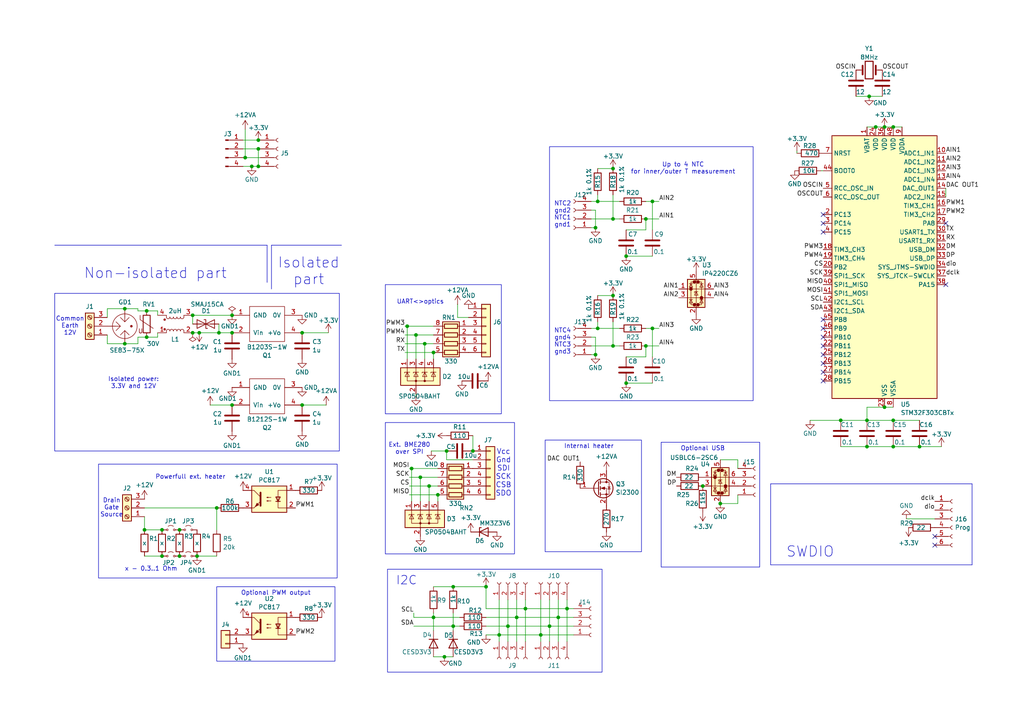
<source format=kicad_sch>
(kicad_sch (version 20250114) (generator "eeschema") (generator_version "9.0")
  (paper "A4")
  (rectangle (start 28.575 134.62) (end 97.79 167.64))
  (rectangle (start 15.875 85.09) (end 98.425 130.81))
  (rectangle (start 191.77 128.27) (end 220.345 164.465))
  (rectangle (start 112.395 165.1) (end 174.625 194.945))
  (rectangle (start 111.76 122.555) (end 149.225 160.655))
  (rectangle (start 62.865 170.18) (end 97.155 191.77))
  (rectangle (start 158.115 127.635) (end 186.055 160.02))
  (rectangle (start 159.385 42.545) (end 218.44 116.205))
  (rectangle (start 111.76 82.55) (end 145.415 120.015))
  (text "Isolated power:\n3.3V and 12V" (at 38.735 111.125 0) (effects (font (size 1.27 1.27))))
  (text "x - 0.3..1 Ohm" (at 43.815 165.1 0) (effects (font (size 1.27 1.27))))
  (text "NTC2\ngnd2\nNTC1\ngnd1" (at 163.195 62.23 0) (effects (font (size 1.27 1.27))))
  (text "Ext. BME280\nover SPI" (at 118.745 130.175 0) (effects (font (size 1.27 1.27))))
  (text "Powerfull ext. heater" (at 55.245 138.43 0) (effects (font (size 1.27 1.27))))
  (text "Optional USB" (at 203.835 130.175 0) (effects (font (size 1.27 1.27))))
  (text "Up to 4 NTC\nfor inner/outer T measurement" (at 198.12 48.895 0) (effects (font (size 1.27 1.27))))
  (text "Isolated\npart" (at 89.535 78.74 0) (effects (font (size 3 3))))
  (text "I2C" (at 121.031 169.926 0) (effects (font (size 2.4892 2.4892)) (justify right bottom)))
  (text "Non-isolated part" (at 45.085 79.375 0) (effects (font (size 3 3))))
  (text "Internal heater" (at 170.815 129.54 0) (effects (font (size 1.27 1.27))))
  (text "Optional PWM output" (at 80.01 172.085 0) (effects (font (size 1.27 1.27))))
  (text "Common\nEarth\n12V" (at 20.32 94.615 0) (effects (font (size 1.27 1.27))))
  (text "NTC4\ngnd4\nNTC3\ngnd3" (at 163.195 99.06 0) (effects (font (size 1.27 1.27))))
  (text "SWDIO" (at 227.965 161.925 0) (effects (font (size 3 3)) (justify left bottom)))
  (text "UART<>optics" (at 121.92 87.63 0) (effects (font (size 1.27 1.27))))
  (text "Drain\nGate\nSource" (at 32.385 147.32 0) (effects (font (size 1.27 1.27))))
  (text "Vcc\nGnd\nSDI\nSCK\nCSB\nSDO" (at 146.05 137.16 0) (effects (font (size 1.5 1.5))))
  (junction (at 189.23 58.42))
  (junction (at 46.99 161.29))
  (junction (at 125.73 179.07))
  (junction (at 131.445 170.18))
  (junction (at 55.88 91.44))
  (junction (at 137.16 130.81))
  (junction (at 181.61 74.295))
  (junction (at 74.93 40.64))
  (junction (at 251.46 129.54))
  (junction (at 87.63 96.52))
  (junction (at 187.325 63.5))
  (junction (at 187.325 100.33))
  (junction (at 63.5 96.52))
  (junction (at 127 143.51))
  (junction (at 149.86 179.07))
  (junction (at 252.095 27.94))
  (junction (at 159.385 181.61))
  (junction (at 67.31 91.44))
  (junction (at 42.545 90.17))
  (junction (at 36.195 99.695))
  (junction (at 52.07 153.67))
  (junction (at 125.73 102.235))
  (junction (at 259.08 129.54))
  (junction (at 144.78 184.15))
  (junction (at 256.54 118.11))
  (junction (at 131.445 181.61))
  (junction (at 73.0172 48.26))
  (junction (at 177.8 48.895))
  (junction (at 42.545 97.79))
  (junction (at 172.72 102.87))
  (junction (at 71.12 45.72))
  (junction (at 259.08 121.92))
  (junction (at 259.08 36.83))
  (junction (at 67.31 96.52))
  (junction (at 251.46 121.92))
  (junction (at 121.92 138.43))
  (junction (at 123.19 99.695))
  (junction (at 164.465 176.53))
  (junction (at 161.925 179.07))
  (junction (at 147.32 181.61))
  (junction (at 57.15 161.29))
  (junction (at 256.54 36.83))
  (junction (at 208.915 146.05))
  (junction (at 57.785 96.52))
  (junction (at 55.88 96.52))
  (junction (at 173.355 58.42))
  (junction (at 254 36.83))
  (junction (at 140.97 170.18))
  (junction (at 52.07 161.29))
  (junction (at 67.31 117.475))
  (junction (at 181.61 111.125))
  (junction (at 129.54 130.81))
  (junction (at 74.93 43.18))
  (junction (at 74.93 48.26))
  (junction (at 243.84 121.92))
  (junction (at 189.23 95.25))
  (junction (at 128.905 190.5))
  (junction (at 87.63 117.475))
  (junction (at 62.865 147.32))
  (junction (at 156.845 184.15))
  (junction (at 266.7 129.54))
  (junction (at 46.99 153.67))
  (junction (at 120.65 97.155))
  (junction (at 124.46 140.97))
  (junction (at 177.8 85.725))
  (junction (at 177.8 100.33))
  (junction (at 172.72 66.04))
  (junction (at 36.195 89.535))
  (junction (at 173.355 95.25))
  (junction (at 203.835 140.97))
  (junction (at 152.4 176.53))
  (junction (at 118.11 94.615))
  (junction (at 177.8 63.5))
  (junction (at 119.38 135.89))
  (junction (at 41.91 153.67))
  (no_connect (at 238.76 62.23))
  (no_connect (at 287.02 227.965))
  (no_connect (at 287.02 231.775))
  (no_connect (at 238.76 110.49))
  (no_connect (at 238.76 102.87))
  (no_connect (at 238.76 100.33))
  (no_connect (at 274.32 64.77))
  (no_connect (at 238.76 92.71))
  (no_connect (at 287.02 219.71))
  (no_connect (at 238.76 95.25))
  (no_connect (at 238.76 97.79))
  (no_connect (at 304.165 224.155))
  (no_connect (at 238.76 67.31))
  (no_connect (at 304.165 231.775))
  (no_connect (at 238.76 107.95))
  (no_connect (at 238.76 105.41))
  (no_connect (at 238.76 64.77))
  (no_connect (at 271.145 158.115))
  (no_connect (at 274.32 82.55))
  (no_connect (at 304.165 227.965))
  (no_connect (at 287.02 224.155))
  (no_connect (at 304.165 219.71))
  (no_connect (at 271.145 155.575))
  (wire (pts (xy 62.865 153.67) (xy 62.865 147.32)))
  (wire (pts (xy 251.46 129.54) (xy 259.08 129.54)))
  (wire (pts (xy 117.475 94.615) (xy 118.11 94.615)))
  (wire (pts (xy 172.72 66.04) (xy 172.72 60.96)))
  (wire (pts (xy 243.84 121.92) (xy 251.46 121.92)))
  (wire (pts (xy 173.355 48.895) (xy 177.8 48.895)))
  (wire (pts (xy 42.545 97.79) (xy 45.72 97.79)))
  (wire (pts (xy 171.45 100.33) (xy 177.8 100.33)))
  (wire (pts (xy 119.38 145.415) (xy 119.38 135.89)))
  (wire (pts (xy 63.5 93.98) (xy 63.5 96.52)))
  (polyline (pts (xy 15.875 71.12) (xy 77.47 71.12)))
  (wire (pts (xy 118.745 138.43) (xy 121.92 138.43)))
  (wire (pts (xy 71.12 37.465) (xy 71.12 45.72)))
  (wire (pts (xy 177.8 63.5) (xy 177.8 56.515)))
  (wire (pts (xy 70.485 43.18) (xy 74.93 43.18)))
  (wire (pts (xy 140.97 176.53) (xy 152.4 176.53)))
  (wire (pts (xy 120.015 177.8) (xy 120.015 179.07)))
  (wire (pts (xy 177.8 100.33) (xy 179.705 100.33)))
  (wire (pts (xy 147.32 181.61) (xy 159.385 181.61)))
  (wire (pts (xy 164.465 176.53) (xy 166.37 176.53)))
  (wire (pts (xy 133.35 179.07) (xy 125.73 179.07)))
  (polyline (pts (xy 78.74 71.12) (xy 99.06 71.12)))
  (wire (pts (xy 144.78 184.15) (xy 156.845 184.15)))
  (wire (pts (xy 31.115 89.535) (xy 36.195 89.535)))
  (wire (pts (xy 152.4 176.53) (xy 164.465 176.53)))
  (wire (pts (xy 189.23 95.25) (xy 191.135 95.25)))
  (wire (pts (xy 259.08 36.83) (xy 261.62 36.83)))
  (wire (pts (xy 120.65 114.935) (xy 120.65 114.3)))
  (wire (pts (xy 147.32 181.61) (xy 147.32 186.055)))
  (wire (pts (xy 63.5 96.52) (xy 67.31 96.52)))
  (wire (pts (xy 40.005 90.17) (xy 42.545 90.17)))
  (wire (pts (xy 31.115 97.155) (xy 31.115 99.695)))
  (wire (pts (xy 173.355 85.725) (xy 177.8 85.725)))
  (wire (pts (xy 171.45 102.87) (xy 172.72 102.87)))
  (wire (pts (xy 177.8 100.33) (xy 177.8 93.345)))
  (wire (pts (xy 55.88 96.52) (xy 57.785 96.52)))
  (wire (pts (xy 140.97 179.07) (xy 149.86 179.07)))
  (wire (pts (xy 41.91 161.29) (xy 46.99 161.29)))
  (wire (pts (xy 238.125 49.53) (xy 238.76 49.53)))
  (wire (pts (xy 125.73 102.235) (xy 125.73 104.14)))
  (wire (pts (xy 187.325 63.5) (xy 187.325 66.675)))
  (wire (pts (xy 131.445 181.61) (xy 131.445 182.88)))
  (wire (pts (xy 164.465 173.99) (xy 164.465 176.53)))
  (wire (pts (xy 171.45 58.42) (xy 173.355 58.42)))
  (wire (pts (xy 70.485 48.26) (xy 73.0172 48.26)))
  (wire (pts (xy 266.7 129.54) (xy 273.05 129.54)))
  (wire (pts (xy 40.005 90.17) (xy 40.005 89.535)))
  (wire (pts (xy 73.0172 48.26) (xy 74.93 48.26)))
  (wire (pts (xy 118.11 94.615) (xy 125.73 94.615)))
  (wire (pts (xy 161.925 179.07) (xy 161.925 186.055)))
  (wire (pts (xy 159.385 173.99) (xy 159.385 181.61)))
  (wire (pts (xy 127 143.51) (xy 127 145.415)))
  (wire (pts (xy 140.97 181.61) (xy 147.32 181.61)))
  (wire (pts (xy 243.84 129.54) (xy 251.46 129.54)))
  (wire (pts (xy 62.865 147.32) (xy 41.91 147.32)))
  (wire (pts (xy 125.095 130.81) (xy 129.54 130.81)))
  (wire (pts (xy 231.14 43.815) (xy 231.14 44.45)))
  (wire (pts (xy 125.73 179.07) (xy 125.73 182.88)))
  (wire (pts (xy 74.93 43.18) (xy 75.565 43.18)))
  (wire (pts (xy 251.46 36.83) (xy 254 36.83)))
  (wire (pts (xy 132.715 88.265) (xy 132.715 92.075)))
  (wire (pts (xy 213.995 143.51) (xy 213.995 146.05)))
  (wire (pts (xy 256.54 118.11) (xy 259.08 118.11)))
  (wire (pts (xy 129.54 133.35) (xy 129.54 130.81)))
  (wire (pts (xy 127 138.43) (xy 121.92 138.43)))
  (wire (pts (xy 118.745 143.51) (xy 127 143.51)))
  (wire (pts (xy 140.97 184.15) (xy 144.78 184.15)))
  (wire (pts (xy 125.73 177.8) (xy 125.73 179.07)))
  (wire (pts (xy 121.92 138.43) (xy 121.92 145.415)))
  (wire (pts (xy 171.45 63.5) (xy 177.8 63.5)))
  (wire (pts (xy 137.16 133.35) (xy 129.54 133.35)))
  (wire (pts (xy 127 140.97) (xy 124.46 140.97)))
  (wire (pts (xy 137.16 126.365) (xy 137.16 130.81)))
  (wire (pts (xy 159.385 181.61) (xy 166.37 181.61)))
  (wire (pts (xy 74.93 48.26) (xy 75.565 48.26)))
  (wire (pts (xy 181.61 111.125) (xy 189.23 111.125)))
  (wire (pts (xy 213.995 135.89) (xy 213.995 133.35)))
  (wire (pts (xy 70.485 40.64) (xy 74.93 40.64)))
  (wire (pts (xy 119.38 135.89) (xy 127 135.89)))
  (polyline (pts (xy 223.52 140.335) (xy 223.52 163.83)))
  (wire (pts (xy 251.46 118.11) (xy 251.46 121.92)))
  (wire (pts (xy 45.72 90.17) (xy 45.72 91.44)))
  (wire (pts (xy 144.78 184.15) (xy 144.78 186.055)))
  (wire (pts (xy 171.45 66.04) (xy 172.72 66.04)))
  (wire (pts (xy 156.845 184.15) (xy 166.37 184.15)))
  (wire (pts (xy 128.905 190.5) (xy 131.445 190.5)))
  (wire (pts (xy 251.46 118.11) (xy 256.54 118.11)))
  (wire (pts (xy 161.925 173.99) (xy 161.925 179.07)))
  (polyline (pts (xy 281.94 163.83) (xy 223.52 163.83)))
  (wire (pts (xy 256.54 36.83) (xy 259.08 36.83)))
  (wire (pts (xy 40.005 97.79) (xy 40.005 99.695)))
  (polyline (pts (xy 77.47 81.915) (xy 77.47 71.12)))
  (wire (pts (xy 117.475 102.235) (xy 125.73 102.235)))
  (wire (pts (xy 156.845 173.99) (xy 156.845 184.15)))
  (wire (pts (xy 189.23 58.42) (xy 191.135 58.42)))
  (wire (pts (xy 117.475 97.155) (xy 120.65 97.155)))
  (wire (pts (xy 125.73 179.07) (xy 120.015 179.07)))
  (wire (pts (xy 156.845 184.15) (xy 156.845 186.055)))
  (wire (pts (xy 31.115 99.695) (xy 36.195 99.695)))
  (wire (pts (xy 55.88 91.44) (xy 67.31 91.44)))
  (wire (pts (xy 40.005 89.535) (xy 36.195 89.535)))
  (wire (pts (xy 149.86 179.07) (xy 161.925 179.07)))
  (wire (pts (xy 189.23 58.42) (xy 187.325 58.42)))
  (wire (pts (xy 164.465 176.53) (xy 164.465 186.055)))
  (wire (pts (xy 213.995 146.05) (xy 208.915 146.05)))
  (wire (pts (xy 259.08 129.54) (xy 266.7 129.54)))
  (wire (pts (xy 173.355 58.42) (xy 179.705 58.42)))
  (wire (pts (xy 131.445 181.61) (xy 133.35 181.61)))
  (wire (pts (xy 41.91 153.67) (xy 46.99 153.67)))
  (wire (pts (xy 254 36.83) (xy 256.54 36.83)))
  (wire (pts (xy 118.11 104.14) (xy 118.11 94.615)))
  (wire (pts (xy 187.325 100.33) (xy 187.325 103.505)))
  (wire (pts (xy 149.86 173.99) (xy 149.86 179.07)))
  (wire (pts (xy 172.72 60.96) (xy 171.45 60.96)))
  (wire (pts (xy 159.385 181.61) (xy 159.385 186.055)))
  (wire (pts (xy 161.925 179.07) (xy 166.37 179.07)))
  (wire (pts (xy 118.745 135.89) (xy 119.38 135.89)))
  (wire (pts (xy 42.545 90.17) (xy 45.72 90.17)))
  (wire (pts (xy 118.745 140.97) (xy 124.46 140.97)))
  (polyline (pts (xy 223.52 140.335) (xy 281.94 140.335)))
  (wire (pts (xy 189.23 66.675) (xy 189.23 58.42)))
  (wire (pts (xy 40.005 99.695) (xy 36.195 99.695)))
  (wire (pts (xy 172.72 97.79) (xy 171.45 97.79)))
  (wire (pts (xy 213.995 133.35) (xy 208.915 133.35)))
  (wire (pts (xy 152.4 173.99) (xy 152.4 176.53)))
  (wire (pts (xy 125.73 97.155) (xy 120.65 97.155)))
  (wire (pts (xy 57.785 96.52) (xy 63.5 96.52)))
  (wire (pts (xy 147.32 173.99) (xy 147.32 181.61)))
  (wire (pts (xy 189.23 95.25) (xy 187.325 95.25)))
  (wire (pts (xy 125.73 190.5) (xy 128.905 190.5)))
  (wire (pts (xy 87.63 96.52) (xy 95.25 96.52)))
  (wire (pts (xy 173.355 95.25) (xy 179.705 95.25)))
  (wire (pts (xy 55.88 93.98) (xy 55.88 91.44)))
  (wire (pts (xy 57.15 161.29) (xy 62.865 161.29)))
  (wire (pts (xy 259.08 121.92) (xy 266.7 121.92)))
  (wire (pts (xy 274.32 54.61) (xy 274.32 57.15)))
  (wire (pts (xy 140.97 170.18) (xy 140.97 176.53)))
  (wire (pts (xy 71.12 45.72) (xy 75.565 45.72)))
  (wire (pts (xy 189.23 103.505) (xy 189.23 95.25)))
  (wire (pts (xy 40.005 97.79) (xy 42.545 97.79)))
  (wire (pts (xy 125.73 99.695) (xy 123.19 99.695)))
  (wire (pts (xy 74.93 43.18) (xy 74.93 48.26)))
  (wire (pts (xy 120.65 97.155) (xy 120.65 104.14)))
  (wire (pts (xy 117.475 99.695) (xy 123.19 99.695)))
  (wire (pts (xy 120.015 181.61) (xy 131.445 181.61)))
  (wire (pts (xy 41.91 149.86) (xy 41.91 153.67)))
  (wire (pts (xy 123.19 99.695) (xy 123.19 104.14)))
  (wire (pts (xy 131.445 170.18) (xy 140.97 170.18)))
  (wire (pts (xy 45.72 97.79) (xy 45.72 96.52)))
  (wire (pts (xy 131.445 177.8) (xy 131.445 181.61)))
  (wire (pts (xy 87.63 117.475) (xy 94.615 117.475)))
  (wire (pts (xy 248.285 27.94) (xy 252.095 27.94)))
  (wire (pts (xy 262.89 150.495) (xy 271.145 150.495)))
  (wire (pts (xy 144.78 173.99) (xy 144.78 184.15)))
  (wire (pts (xy 234.95 121.92) (xy 243.84 121.92)))
  (wire (pts (xy 152.4 176.53) (xy 152.4 186.055)))
  (wire (pts (xy 181.61 74.295) (xy 189.23 74.295)))
  (wire (pts (xy 125.73 170.18) (xy 131.445 170.18)))
  (wire (pts (xy 70.485 45.72) (xy 71.12 45.72)))
  (wire (pts (xy 177.8 63.5) (xy 179.705 63.5)))
  (wire (pts (xy 252.095 27.94) (xy 255.905 27.94)))
  (wire (pts (xy 124.46 140.97) (xy 124.46 145.415)))
  (wire (pts (xy 31.115 92.075) (xy 31.115 89.535)))
  (wire (pts (xy 173.355 95.25) (xy 173.355 93.345)))
  (wire (pts (xy 60.96 117.475) (xy 67.31 117.475)))
  (polyline (pts (xy 281.94 140.335) (xy 281.94 163.83)))
  (wire (pts (xy 149.86 179.07) (xy 149.86 186.055)))
  (wire (pts (xy 171.45 95.25) (xy 173.355 95.25)))
  (wire (pts (xy 74.93 40.64) (xy 75.565 40.64)))
  (wire (pts (xy 187.325 66.675) (xy 181.61 66.675)))
  (wire (pts (xy 132.715 92.075) (xy 135.89 92.075)))
  (wire (pts (xy 187.325 103.505) (xy 181.61 103.505)))
  (wire (pts (xy 187.325 63.5) (xy 191.135 63.5)))
  (wire (pts (xy 173.355 58.42) (xy 173.355 56.515)))
  (wire (pts (xy 172.72 102.87) (xy 172.72 97.79)))
  (wire (pts (xy 187.325 100.33) (xy 191.135 100.33)))
  (polyline (pts (xy 78.74 83.82) (xy 78.74 71.12)))
  (wire (pts (xy 251.46 121.92) (xy 259.08 121.92)))
  (label "DP" (at 196.215 140.97 180))
  (label "AIN2" (at 274.32 46.99 0))
  (label "AIN2" (at 196.85 86.36 180))
  (label "AIN3" (at 191.135 95.25 0))
  (label "AIN1" (at 191.135 63.5 0))
  (label "PWM3" (at 238.76 72.39 180))
  (label "SCL" (at 120.015 177.8 180))
  (label "AIN1" (at 196.85 83.82 180))
  (label "AIN3" (at 274.32 49.53 0))
  (label "PWM2" (at 85.725 184.15 0))
  (label "RX" (at 117.475 99.695 180))
  (label "DM" (at 196.215 138.43 180))
  (label "PWM1" (at 85.725 147.32 0))
  (label "SCL" (at 238.76 87.63 180))
  (label "MOSI" (at 118.745 135.89 180))
  (label "OSCOUT" (at 238.76 57.15 180))
  (label "AIN4" (at 207.01 86.36 0))
  (label "SDA" (at 238.76 90.17 180))
  (label "DP" (at 274.32 74.93 0))
  (label "CS" (at 238.76 77.47 180))
  (label "MISO" (at 118.745 143.51 180))
  (label "PWM1" (at 274.32 59.69 0))
  (label "DAC OUT1" (at 274.32 54.61 0))
  (label "dio" (at 271.145 147.955 180))
  (label "PWM3" (at 117.475 94.615 180))
  (label "PWM4" (at 238.76 74.93 180))
  (label "PWM2" (at 274.32 62.23 0))
  (label "dclk" (at 274.32 80.01 0))
  (label "RX" (at 274.32 69.85 0))
  (label "SCK" (at 118.745 138.43 180))
  (label "OSCOUT" (at 255.905 20.32 0))
  (label "MISO" (at 238.76 82.55 180))
  (label "AIN4" (at 191.135 100.33 0))
  (label "SCK" (at 238.76 80.01 180))
  (label "DAC OUT1" (at 168.275 133.985 180))
  (label "DM" (at 274.32 72.39 0))
  (label "dclk" (at 271.145 145.415 180))
  (label "OSCIN" (at 238.76 54.61 180))
  (label "AIN2" (at 191.135 58.42 0))
  (label "TX" (at 274.32 67.31 0))
  (label "OSCIN" (at 248.285 20.32 180))
  (label "TX" (at 117.475 102.235 180))
  (label "CS" (at 118.745 140.97 180))
  (label "AIN3" (at 207.01 83.82 0))
  (label "AIN4" (at 274.32 52.07 0))
  (label "MOSI" (at 238.76 85.09 180))
  (label "dio" (at 274.32 77.47 0))
  (label "AIN1" (at 274.32 44.45 0))
  (label "SDA" (at 120.015 181.61 180))
  (label "PWM4" (at 117.475 97.155 180))
  (symbol (lib_id "power:GND") (at 234.95 121.92 0) (unit 1)
    (property "Reference" "#PWR050" (effects (hide yes)))
    (property "Value" "GND" (at 234.95 125.73 0))
  )
  (symbol (lib_id "Device:R") (at 234.315 49.53 270) (unit 1)
    (property "Reference" "R27" (at 232.283 47.371 90) (effects (justify left)))
    (property "Value" "10k" (at 232.791 49.53 90) (effects (justify left)))
    (property "Footprint" "Resistor_SMD:R_0603_1608Metric_Pad0.98x0.95mm_HandSolder" (effects (hide yes)))
  )
  (symbol (lib_id "power:GND") (at 230.505 49.53 0) (unit 1)
    (property "Reference" "#PWR048" (effects (hide yes)))
    (property "Value" "GND" (at 230.505 53.34 0))
  )
  (symbol (lib_id "Device:D") (at 131.445 186.69 270) (unit 1)
    (property "Reference" "D5" (at 128.778 184.277 90) (effects (justify left)))
    (property "Value" "CESD3V3" (at 131.572 189.103 90) (effects (justify left)))
    (property "Footprint" "Diode_SMD:D_0805_2012Metric_Pad1.15x1.40mm_HandSolder" (effects (hide yes)))
  )
  (symbol (lib_id "Device:R") (at 137.16 179.07 270) (unit 1)
    (property "Reference" "R12" (at 135.89 177.038 90) (effects (justify left)))
    (property "Value" "110" (at 135.636 179.07 90) (effects (justify left)))
    (property "Footprint" "Resistor_SMD:R_0603_1608Metric_Pad0.98x0.95mm_HandSolder" (effects (hide yes)))
  )
  (symbol (lib_id "Device:R") (at 137.16 181.61 270) (unit 1)
    (property "Reference" "R13" (at 136.144 183.769 90) (effects (justify left)))
    (property "Value" "110" (at 135.636 181.61 90) (effects (justify left)))
    (property "Footprint" "Resistor_SMD:R_0603_1608Metric_Pad0.98x0.95mm_HandSolder" (effects (hide yes)))
  )
  (symbol (lib_id "Device:R") (at 125.73 173.99 180) (unit 1)
    (property "Reference" "R9" (at 129.413 174.117 0) (effects (justify left)))
    (property "Value" "1k" (at 125.73 172.466 90) (effects (justify left)))
    (property "Footprint" "Resistor_SMD:R_0603_1608Metric_Pad0.98x0.95mm_HandSolder" (effects (hide yes)))
  )
  (symbol (lib_id "Device:D") (at 125.73 186.69 270) (unit 1)
    (property "Reference" "D4" (at 122.555 184.15 90) (effects (justify left)))
    (property "Value" "CESD3V3" (at 116.586 189.103 90) (effects (justify left)))
    (property "Footprint" "Diode_SMD:D_0805_2012Metric_Pad1.15x1.40mm_HandSolder" (effects (hide yes)))
  )
  (symbol (lib_id "power:GND") (at 128.905 190.5 0) (unit 1)
    (property "Reference" "#PWR026" (effects (hide yes)))
    (property "Value" "GND" (at 132.08 192.405 0))
  )
  (symbol (lib_id "Device:R") (at 131.445 173.99 180) (unit 1)
    (property "Reference" "R10" (at 136.398 174.371 0) (effects (justify left)))
    (property "Value" "1k" (at 131.445 172.466 90) (effects (justify left)))
    (property "Footprint" "Resistor_SMD:R_0603_1608Metric_Pad0.98x0.95mm_HandSolder" (effects (hide yes)))
  )
  (symbol (lib_id "power:GND") (at 140.97 184.15 0) (unit 1)
    (property "Reference" "#PWR033" (effects (hide yes)))
    (property "Value" "GND" (at 137.414 186.309 0))
  )
  (symbol (lib_id "power:+3.3V") (at 263.525 153.035 180) (unit 1)
    (property "Reference" "#PWR054" (effects (hide yes)))
    (property "Value" "+3.3V" (at 263.525 157.4784 0))
  )
  (symbol (lib_id "Transistor_FET:Q_NMOS_GSD") (at 173.355 141.605 0) (unit 1)
    (property "Reference" "Q3" (at 178.562 140.3928 0) (effects (justify left)))
    (property "Value" "SI2300" (at 178.562 142.8171 0) (effects (justify left)))
    (property "Footprint" "Package_TO_SOT_SMD:SOT-23_Handsoldering" (effects (hide yes)))
    (property "Description" "N-MOSFET transistor, gate/source/drain" (effects (hide yes)))
  )
  (symbol (lib_id "Device:C") (at 133.35 130.81 90) (unit 1)
    (property "Reference" "C5" (at 130.81 129.54 90))
    (property "Value" "10u" (at 136.525 132.08 90))
    (property "Footprint" "Capacitor_SMD:C_0805_2012Metric_Pad1.18x1.45mm_HandSolder" (effects (hide yes)))
    (property "Description" "Unpolarized capacitor" (effects (hide yes)))
  )
  (symbol (lib_id "power:GND") (at 87.63 125.095 0) (unit 1)
    (property "Reference" "#PWR018" (effects (hide yes)))
    (property "Value" "GND" (at 87.63 128.905 0))
  )
  (symbol (lib_id "Device:R") (at 200.025 140.97 270) (unit 1)
    (property "Reference" "R25" (at 196.215 143.51 90) (effects (justify left)))
    (property "Value" "22" (at 198.501 140.97 90) (effects (justify left)))
    (property "Footprint" "Resistor_SMD:R_0603_1608Metric_Pad0.98x0.95mm_HandSolder" (effects (hide yes)))
  )
  (symbol (lib_id "power:+12V") (at 60.96 117.475 0) (unit 1)
    (property "Reference" "#PWR04" (effects (hide yes)))
    (property "Value" "+12V" (at 60.96 113.3419 0))
    (property "Description" "Power symbol creates a global label with name \"+12V\"" (effects (hide yes)))
  )
  (symbol (lib_id "Connector:Conn_01x04_Socket") (at 219.075 140.97 0) (mirror x) (unit 1)
    (property "Reference" "J15" (at 217.17 133.985 0))
    (property "Value" "Conn_01x04_Socket" (effects (hide yes)))
    (property "Footprint" "Connector_JST:JST_PH_B4B-PH-K_1x04_P2.00mm_Vertical" (effects (hide yes)))
    (property "Description" "Generic connector, single row, 01x04, script generated" (effects (hide yes)))
  )
  (symbol (lib_id "power:+3.3V") (at 203.835 148.59 180) (unit 1)
    (property "Reference" "#PWR046" (effects (hide yes)))
    (property "Value" "+3.3V" (at 203.835 152.7231 0))
  )
  (symbol (lib_id "power:GND") (at 172.72 102.87 0) (unit 1)
    (property "Reference" "#PWR037" (effects (hide yes)))
    (property "Value" "GND" (at 172.72 106.68 0))
  )
  (symbol (lib_id "power:+3.3V") (at 93.345 179.07 0) (unit 1)
    (property "Reference" "#PWR020" (effects (hide yes)))
    (property "Value" "+3.3V" (at 93.345 175.4942 0))
  )
  (symbol (lib_id "power:+3.3V") (at 273.05 129.54 0) (unit 1)
    (property "Reference" "#PWR055" (effects (hide yes)))
    (property "Value" "+3.3V" (at 273.05 125.9642 0))
  )
  (symbol (lib_id "Device:R") (at 267.335 153.035 270) (unit 1)
    (property "Reference" "R29" (at 260.985 151.765 90) (effects (justify left)))
    (property "Value" "22" (at 265.811 153.035 90) (effects (justify left)))
    (property "Footprint" "Resistor_SMD:R_0603_1608Metric_Pad0.98x0.95mm_HandSolder" (effects (hide yes)))
  )
  (symbol (lib_id "power:+3.3V") (at 136.525 154.305 0) (unit 1)
    (property "Reference" "#PWR031" (effects (hide yes)))
    (property "Value" "+3.3V" (at 136.525 150.1719 0))
  )
  (symbol (lib_id "Jumper:Jumper_2_Small_Open") (at 54.61 153.67 0) (unit 1)
    (property "Reference" "JP3" (at 54.61 151.13 0))
    (property "Value" "Jumper_2_Small_Open" (effects (hide yes)))
    (property "Footprint" "Jumper:SolderJumper-2_P1.3mm_Open_TrianglePad1.0x1.5mm" (effects (hide yes)))
    (property "Description" "Jumper, 2-pole, small symbol, open" (effects (hide yes)))
  )
  (symbol (lib_id "Connector:Conn_01x06_Socket") (at 276.225 150.495 0) (unit 1)
    (property "Reference" "J16" (at 276.9362 150.5528 0) (effects (justify left)))
    (property "Value" "Prog" (at 276.9362 152.9771 0) (effects (justify left)))
    (property "Footprint" "Connector_PinSocket_1.27mm:PinSocket_1x06_P1.27mm_Vertical" (effects (hide yes)))
    (property "Description" "Generic connector, single row, 01x06, script generated" (effects (hide yes)))
  )
  (symbol (lib_id "Connector:Conn_01x04_Socket") (at 171.45 181.61 0) (mirror x) (unit 1)
    (property "Reference" "J14" (at 169.545 174.625 0))
    (property "Value" "Conn_01x04_Socket" (effects (hide yes)))
    (property "Footprint" "Connector_JST:JST_PH_B4B-PH-K_1x04_P2.00mm_Vertical" (effects (hide yes)))
    (property "Description" "Generic connector, single row, 01x04, script generated" (effects (hide yes)))
  )
  (symbol (lib_id "Power_Protection:USBLC6-2SC6") (at 201.93 83.82 0) (unit 1)
    (property "Reference" "U3" (at 203.5811 76.8815 0) (effects (justify left)))
    (property "Value" "IP4220CZ6" (at 203.5811 79.3058 0) (effects (justify left)))
    (property "Footprint" "Package_TO_SOT_SMD:SOT-23-6" (effects (hide yes)))
    (property "Datasheet" "https://www.st.com/resource/en/datasheet/usblc6-2.pdf" (effects (hide yes)))
    (property "Description" "Very low capacitance ESD protection diode, 2 data-line, SOT-23-6" (effects (hide yes)))
  )
  (symbol (lib_id "power:+3.3V") (at 231.14 43.815 0) (unit 1)
    (property "Reference" "#PWR049" (effects (hide yes)))
    (property "Value" "+3.3V" (at 231.14 40.2392 0))
  )
  (symbol (lib_id "Device:R") (at 183.515 63.5 90) (unit 1)
    (property "Reference" "R21" (at 183.515 60.96 90))
    (property "Value" "1k" (at 183.515 63.5 90))
    (property "Footprint" "Resistor_SMD:R_0603_1608Metric_Pad0.98x0.95mm_HandSolder" (effects (hide yes)))
    (property "Description" "Resistor" (effects (hide yes)))
  )
  (symbol (lib_id "elements:B0x0xS-1W") (at 77.47 114.935 0) (mirror x) (unit 1)
    (property "Reference" "Q2" (at 77.47 124.0325 0))
    (property "Value" "B1212S-1W" (at 77.47 121.6082 0))
    (property "Footprint" "my_footprints:B0x0xS" (effects (hide yes)))
    (property "Description" "isolated DC-DC" (effects (hide yes)))
  )
  (symbol (lib_id "power:GND") (at 262.89 150.495 180) (unit 1)
    (property "Reference" "#PWR053" (effects (hide yes)))
    (property "Value" "GND" (at 262.89 146.685 0))
  )
  (symbol (lib_id "Connector:Screw_Terminal_01x03") (at 26.035 94.615 180) (unit 1)
    (property "Reference" "J1" (at 26.035 88.9 0))
    (property "Value" "Conn_01x03_Pin" (effects (hide yes)))
    (property "Footprint" "TerminalBlock_Phoenix:TerminalBlock_Phoenix_MKDS-1,5-3_1x03_P5.00mm_Horizontal" (effects (hide yes)))
    (property "Description" "Generic screw terminal, single row, 01x03, script generated (kicad-library-utils/schlib/autogen/connector/)" (effects (hide yes)))
  )
  (symbol (lib_id "Device:R_Pack04") (at 130.81 99.695 90) (mirror x) (unit 1)
    (property "Reference" "RN1" (at 130.175 92.075 90))
    (property "Value" "330" (at 130.81 104.775 90))
    (property "Footprint" "Resistor_SMD:R_Array_Convex_4x0603" (effects (hide yes)))
  )
  (symbol (lib_id "Connector:Conn_01x04_Socket") (at 166.37 100.33 180) (unit 1)
    (property "Reference" "J13" (at 168.275 93.345 0))
    (property "Value" "Conn_01x04_Socket" (effects (hide yes)))
    (property "Footprint" "Connector_JST:JST_PH_B4B-PH-K_1x04_P2.00mm_Vertical" (effects (hide yes)))
    (property "Description" "Generic connector, single row, 01x04, script generated" (effects (hide yes)))
  )
  (symbol (lib_id "Jumper:Jumper_2_Small_Open") (at 49.53 161.29 0) (unit 1)
    (property "Reference" "JP2" (at 48.895 163.195 0))
    (property "Value" "Jumper_2_Small_Open" (effects (hide yes)))
    (property "Footprint" "Jumper:SolderJumper-2_P1.3mm_Open_TrianglePad1.0x1.5mm" (effects (hide yes)))
    (property "Description" "Jumper, 2-pole, small symbol, open" (effects (hide yes)))
  )
  (symbol (lib_id "power:GND") (at 208.915 146.05 0) (unit 1)
    (property "Reference" "#PWR047" (effects (hide yes)))
    (property "Value" "GND" (at 208.915 149.86 0))
  )
  (symbol (lib_id "power:+12VA") (at 141.605 110.49 0) (unit 1)
    (property "Reference" "#PWR034" (effects (hide yes)))
    (property "Value" "+12VA" (at 141.605 106.3569 0))
    (property "Description" "Power symbol creates a global label with name \"+12VA\"" (effects (hide yes)))
  )
  (symbol (lib_id "power:GND1") (at 67.31 104.14 0) (unit 1)
    (property "Reference" "#PWR06" (effects (hide yes)))
    (property "Value" "GND1" (at 67.31 108.2731 0))
    (property "Description" "Power symbol creates a global label with name \"GND1\" , ground" (effects (hide yes)))
  )
  (symbol (lib_id "MCU_ST_STM32F3:STM32F303CBTx") (at 256.54 77.47 0) (unit 1)
    (property "Reference" "U5" (at 261.2233 117.2901 0) (effects (justify left)))
    (property "Value" "STM32F303CBTx" (at 261.2233 119.7144 0) (effects (justify left)))
    (property "Footprint" "Package_QFP:LQFP-48_7x7mm_P0.5mm" (effects (hide yes)))
    (property "Datasheet" "https://www.st.com/resource/en/datasheet/stm32f303cb.pdf" (effects (hide yes)))
    (property "Description" "STMicroelectronics Arm Cortex-M4 MCU, 128KB flash, 40KB RAM, 72 MHz, 2.0-3.6V, 37 GPIO, LQFP48" (effects (hide yes)))
    (pin "32" (alternate "USB_DM"))
    (pin "37" (alternate "SYS_JTCK-SWCLK"))
    (pin "42" (alternate "I2C1_SCL"))
    (pin "43" (alternate "I2C1_SDA"))
    (pin "13" (alternate "ADC1_IN4"))
    (pin "33" (alternate "USB_DP"))
    (pin "19" (alternate "TIM3_CH4"))
    (pin "12" (alternate "ADC1_IN3"))
    (pin "30" (alternate "USART1_TX"))
    (pin "5" (alternate "RCC_OSC_IN"))
    (pin "40" (alternate "SPI1_MISO"))
    (pin "10" (alternate "ADC1_IN1"))
    (pin "41" (alternate "SPI1_MOSI"))
    (pin "18" (alternate "TIM3_CH3"))
    (pin "15" (alternate "ADC2_IN2"))
    (pin "6" (alternate "RCC_OSC_OUT"))
    (pin "14" (alternate "DAC_OUT1"))
    (pin "11" (alternate "ADC1_IN2"))
    (pin "34" (alternate "SYS_JTMS-SWDIO"))
    (pin "31" (alternate "USART1_RX"))
    (pin "39" (alternate "SPI1_SCK"))
    (pin "17" (alternate "TIM3_CH2"))
    (pin "16" (alternate "TIM3_CH1"))
  )
  (symbol (lib_id "Connector:Conn_01x04_Socket") (at 80.645 43.18 0) (unit 1)
    (property "Reference" "J5" (at 81.3562 44.45 0) (effects (justify left)))
    (property "Value" "Conn_01x04_Socket" (effects (hide yes)))
    (property "Footprint" "Connector_PinHeader_2.54mm:PinHeader_1x04_P2.54mm_Vertical" (effects (hide yes)))
    (property "Description" "Generic connector, single row, 01x04, script generated" (effects (hide yes)))
  )
  (symbol (lib_id "power:+3.3V") (at 177.8 85.725 0) (unit 1)
    (property "Reference" "#PWR041" (effects (hide yes)))
    (property "Value" "+3.3V" (at 177.8 82.1492 0))
  )
  (symbol (lib_id "Device:R") (at 41.91 157.48 0) (unit 1)
    (property "Reference" "R1" (at 43.18 156.21 0) (effects (justify left)))
    (property "Value" "x" (at 41.275 157.48 0) (effects (justify left)))
    (property "Footprint" "Resistor_SMD:R_2010_5025Metric_Pad1.40x2.65mm_HandSolder" (effects (hide yes)))
    (property "Description" "Resistor" (effects (hide yes)))
  )
  (symbol (lib_id "Device:C") (at 181.61 107.315 180) (unit 1)
    (property "Reference" "C8" (at 183.515 104.775 0))
    (property "Value" "0.1" (at 183.515 109.855 0))
    (property "Footprint" "Capacitor_SMD:C_0603_1608Metric_Pad1.08x0.95mm_HandSolder" (effects (hide yes)))
    (property "Description" "Unpolarized capacitor" (effects (hide yes)))
  )
  (symbol (lib_id "Device:C") (at 255.905 24.13 0) (unit 1)
    (property "Reference" "C14" (at 257.81 21.59 0))
    (property "Value" "12" (at 257.175 26.67 0))
    (property "Footprint" "Capacitor_SMD:C_0603_1608Metric_Pad1.08x0.95mm_HandSolder" (effects (hide yes)))
    (property "Description" "Unpolarized capacitor" (effects (hide yes)))
  )
  (symbol (lib_id "Device:R_Pack04") (at 132.08 140.97 90) (mirror x) (unit 1)
    (property "Reference" "RN2" (at 135.255 147.32 90))
    (property "Value" "330" (at 132.08 146.05 90))
    (property "Footprint" "Resistor_SMD:R_Array_Convex_4x0603" (effects (hide yes)))
  )
  (symbol (lib_id "Device:R") (at 173.355 52.705 180) (unit 1)
    (property "Reference" "R15" (at 173.355 52.705 90))
    (property "Value" "1k 0.1%" (at 170.815 52.705 90))
    (property "Footprint" "Resistor_SMD:R_0805_2012Metric_Pad1.20x1.40mm_HandSolder" (effects (hide yes)))
    (property "Description" "Resistor" (effects (hide yes)))
  )
  (symbol (lib_id "power:+12VA") (at 71.12 37.465 0) (unit 1)
    (property "Reference" "#PWR012" (effects (hide yes)))
    (property "Value" "+12VA" (at 71.12 33.3319 0))
    (property "Description" "Power symbol creates a global label with name \"+12VA\"" (effects (hide yes)))
  )
  (symbol (lib_id "power:+3.3V") (at 177.8 48.895 0) (unit 1)
    (property "Reference" "#PWR040" (effects (hide yes)))
    (property "Value" "+3.3V" (at 177.8 45.3192 0))
  )
  (symbol (lib_id "Device:R") (at 234.95 44.45 270) (unit 1)
    (property "Reference" "R28" (at 232.918 42.291 90) (effects (justify left)))
    (property "Value" "470" (at 233.426 44.45 90) (effects (justify left)))
    (property "Footprint" "Resistor_SMD:R_0603_1608Metric_Pad0.98x0.95mm_HandSolder" (effects (hide yes)))
  )
  (symbol (lib_id "Connector_Generic:Conn_01x01") (at 309.245 231.775 0) (unit 1)
    (property "Reference" "J24" (effects (hide yes)))
    (property "Value" "hole" (at 311.277 231.775 0) (effects (justify left)))
    (property "Footprint" "MountingHole:MountingHole_3.2mm_M3_ISO14580_Pad_TopBottom" (effects (hide yes)))
    (property "Description" "Generic connector, single row, 01x01, script generated (kicad-library-utils/schlib/autogen/connector/)" (effects (hide yes)))
  )
  (symbol (lib_id "Device:C") (at 248.285 24.13 0) (unit 1)
    (property "Reference" "C12" (at 245.745 21.59 0))
    (property "Value" "12" (at 249.555 26.67 0))
    (property "Footprint" "Capacitor_SMD:C_0603_1608Metric_Pad1.08x0.95mm_HandSolder" (effects (hide yes)))
    (property "Description" "Unpolarized capacitor" (effects (hide yes)))
  )
  (symbol (lib_id "power:GND") (at 125.095 130.81 0) (unit 1)
    (property "Reference" "#PWR025" (effects (hide yes)))
    (property "Value" "GND" (at 125.095 134.62 0))
  )
  (symbol (lib_id "Power_Protection:USBLC6-2SC6") (at 208.915 138.43 0) (unit 1)
    (property "Reference" "U4" (at 203.2 134.62 0) (effects (justify left)))
    (property "Value" "USBLC6-2SC6" (at 194.31 132.715 0) (effects (justify left)))
    (property "Footprint" "Package_TO_SOT_SMD:SOT-23-6" (effects (hide yes)))
    (property "Datasheet" "https://www.st.com/resource/en/datasheet/usblc6-2.pdf" (effects (hide yes)))
    (property "Description" "Very low capacitance ESD protection diode, 2 data-line, SOT-23-6" (effects (hide yes)))
  )
  (symbol (lib_id "power:+3.3V") (at 129.54 126.365 90) (unit 1)
    (property "Reference" "#PWR027" (effects (hide yes)))
    (property "Value" "+3.3V" (at 126.365 126.365 90) (effects (justify left)))
  )
  (symbol (lib_id "Device:C") (at 266.7 125.73 180) (unit 1)
    (property "Reference" "C16" (at 268.605 123.19 0))
    (property "Value" "0.1" (at 268.605 128.27 0))
    (property "Footprint" "Capacitor_SMD:C_0603_1608Metric_Pad1.08x0.95mm_HandSolder" (effects (hide yes)))
    (property "Description" "Unpolarized capacitor" (effects (hide yes)))
  )
  (symbol (lib_id "power:+3.3V") (at 201.93 78.74 0) (unit 1)
    (property "Reference" "#PWR044" (effects (hide yes)))
    (property "Value" "+3.3V" (at 201.93 75.1642 0))
  )
  (symbol (lib_id "Device:C") (at 137.795 110.49 270) (unit 1)
    (property "Reference" "C6" (at 140.335 111.76 90))
    (property "Value" "10u" (at 134.62 109.22 90))
    (property "Footprint" "Capacitor_SMD:C_0805_2012Metric_Pad1.18x1.45mm_HandSolder" (effects (hide yes)))
    (property "Description" "Unpolarized capacitor" (effects (hide yes)))
  )
  (symbol (lib_id "power:+3.3V") (at 74.93 40.64 0) (unit 1)
    (property "Reference" "#PWR014" (effects (hide yes)))
    (property "Value" "+3.3V" (at 74.93 37.0642 0))
  )
  (symbol (lib_id "Isolator:PC817") (at 78.105 144.78 0) (mirror y) (unit 1)
    (property "Reference" "U1" (at 78.105 136.8255 0))
    (property "Value" "PC817" (at 78.105 139.2498 0))
    (property "Footprint" "Package_DIP:DIP-4_W7.62mm" (effects (hide yes)))
    (property "Datasheet" "http://www.soselectronic.cz/a_info/resource/d/pc817.pdf" (effects (hide yes)))
    (property "Description" "DC Optocoupler, Vce 35V, CTR 50-300%, DIP-4" (effects (hide yes)))
  )
  (symbol (lib_id "Device:C") (at 251.46 125.73 180) (unit 1)
    (property "Reference" "C13" (at 253.365 123.19 0))
    (property "Value" "0.1" (at 253.365 128.27 0))
    (property "Footprint" "Capacitor_SMD:C_0603_1608Metric_Pad1.08x0.95mm_HandSolder" (effects (hide yes)))
    (property "Description" "Unpolarized capacitor" (effects (hide yes)))
  )
  (symbol (lib_id "Device:Crystal") (at 252.095 20.32 0) (unit 1)
    (property "Reference" "Y1" (at 252.095 14.0548 0))
    (property "Value" "8MHz" (at 252.095 16.5917 0))
    (property "Footprint" "Crystal:Crystal_HC49-U_Vertical" (effects (hide yes)))
  )
  (symbol (lib_id "Connector_Generic:Conn_01x01") (at 309.245 224.155 0) (unit 1)
    (property "Reference" "J22" (effects (hide yes)))
    (property "Value" "hole" (at 311.277 224.155 0) (effects (justify left)))
    (property "Footprint" "MountingHole:MountingHole_3.2mm_M3_ISO14580_Pad_TopBottom" (effects (hide yes)))
    (property "Description" "Generic connector, single row, 01x01, script generated (kicad-library-utils/schlib/autogen/connector/)" (effects (hide yes)))
  )
  (symbol (lib_id "Device:R") (at 89.535 142.24 90) (unit 1)
    (property "Reference" "R7" (at 89.535 139.7 90))
    (property "Value" "330" (at 89.535 142.24 90))
    (property "Footprint" "Resistor_SMD:R_0603_1608Metric_Pad0.98x0.95mm_HandSolder" (effects (hide yes)))
    (property "Description" "Resistor" (effects (hide yes)))
  )
  (symbol (lib_id "power:GND") (at 252.095 27.94 0) (unit 1)
    (property "Reference" "#PWR051" (effects (hide yes)))
    (property "Value" "GND" (at 255.27 29.845 0))
  )
  (symbol (lib_id "power:+12VA") (at 94.615 117.475 0) (unit 1)
    (property "Reference" "#PWR021" (effects (hide yes)))
    (property "Value" "+12VA" (at 94.615 113.3419 0))
    (property "Description" "Power symbol creates a global label with name \"+12VA\"" (effects (hide yes)))
  )
  (symbol (lib_id "Device:R") (at 173.355 89.535 180) (unit 1)
    (property "Reference" "R16" (at 173.355 89.535 90))
    (property "Value" "1k 0.1%" (at 170.815 89.535 90))
    (property "Footprint" "Resistor_SMD:R_0805_2012Metric_Pad1.20x1.40mm_HandSolder" (effects (hide yes)))
    (property "Description" "Resistor" (effects (hide yes)))
  )
  (symbol (lib_id "Jumper:Jumper_2_Small_Open") (at 49.53 153.67 0) (unit 1)
    (property "Reference" "JP1" (at 49.53 151.13 0))
    (property "Value" "Jumper_2_Small_Open" (effects (hide yes)))
    (property "Footprint" "Jumper:SolderJumper-2_P1.3mm_Open_TrianglePad1.0x1.5mm" (effects (hide yes)))
    (property "Description" "Jumper, 2-pole, small symbol, open" (effects (hide yes)))
  )
  (symbol (lib_id "power:GND1") (at 67.31 91.44 0) (unit 1)
    (property "Reference" "#PWR05" (effects (hide yes)))
    (property "Value" "GND1" (at 66.675 94.615 0))
    (property "Description" "Power symbol creates a global label with name \"GND1\" , ground" (effects (hide yes)))
  )
  (symbol (lib_id "Device:L_Coupled_1243") (at 50.8 93.98 0) (mirror x) (unit 1)
    (property "Reference" "L1" (at 50.8 98.425 0))
    (property "Value" "2uH" (at 50.8 90.17 0))
    (property "Footprint" "Inductor_THT:L_CommonMode_Wuerth_WE-CMB-S" (effects (hide yes)))
    (property "Description" "Coupled inductor" (effects (hide yes)))
  )
  (symbol (lib_id "power:GND") (at 144.145 154.305 0) (unit 1)
    (property "Reference" "#PWR035" (effects (hide yes)))
    (property "Value" "GND" (at 144.145 158.115 0))
  )
  (symbol (lib_id "Device:GDT_3Pin") (at 36.195 94.615 0) (unit 1)
    (property "Reference" "GD1" (at 34.29 87.63 0) (effects (justify left)))
    (property "Value" "SE83-75X" (at 31.75 101.6 0) (effects (justify left)))
    (property "Footprint" "my_footprints:SE83-GDS" (effects (hide yes)))
    (property "Description" "Gas Discharge Tube with 3 Pins" (effects (hide yes)))
  )
  (symbol (lib_id "Device:R") (at 57.15 157.48 0) (unit 1)
    (property "Reference" "R4" (at 58.42 155.575 0) (effects (justify left)))
    (property "Value" "x" (at 56.515 157.48 0) (effects (justify left)))
    (property "Footprint" "Resistor_SMD:R_2010_5025Metric_Pad1.40x2.65mm_HandSolder" (effects (hide yes)))
    (property "Description" "Resistor" (effects (hide yes)))
  )
  (symbol (lib_id "Device:R") (at 52.07 157.48 0) (unit 1)
    (property "Reference" "R3" (at 53.34 155.575 0) (effects (justify left)))
    (property "Value" "x" (at 51.435 157.48 0) (effects (justify left)))
    (property "Footprint" "Resistor_SMD:R_2010_5025Metric_Pad1.40x2.65mm_HandSolder" (effects (hide yes)))
    (property "Description" "Resistor" (effects (hide yes)))
  )
  (symbol (lib_id "Device:R") (at 183.515 58.42 90) (unit 1)
    (property "Reference" "R20" (at 183.515 55.88 90))
    (property "Value" "1k" (at 183.515 58.42 90))
    (property "Footprint" "Resistor_SMD:R_0603_1608Metric_Pad0.98x0.95mm_HandSolder" (effects (hide yes)))
    (property "Description" "Resistor" (effects (hide yes)))
  )
  (symbol (lib_id "Connector:Conn_01x04_Socket") (at 147.32 168.91 90) (unit 1)
    (property "Reference" "J8" (at 148.59 167.005 90))
    (property "Value" "Conn_01x04_Socket" (effects (hide yes)))
    (property "Footprint" "Connector_JST:JST_PH_B4B-PH-K_1x04_P2.00mm_Vertical" (effects (hide yes)))
    (property "Description" "Generic connector, single row, 01x04, script generated" (effects (hide yes)))
  )
  (symbol (lib_id "Device:C") (at 181.61 70.485 180) (unit 1)
    (property "Reference" "C7" (at 183.515 67.945 0))
    (property "Value" "0.1" (at 183.515 73.025 0))
    (property "Footprint" "Capacitor_SMD:C_0603_1608Metric_Pad1.08x0.95mm_HandSolder" (effects (hide yes)))
    (property "Description" "Unpolarized capacitor" (effects (hide yes)))
  )
  (symbol (lib_id "power:+3.3V") (at 140.97 170.18 0) (unit 1)
    (property "Reference" "#PWR032" (effects (hide yes)))
    (property "Value" "+3.3V" (at 140.97 166.6042 0))
  )
  (symbol (lib_name "B0x0xS-1W_1") (lib_id "elements:B0x0xS-1W") (at 77.47 93.98 0) (mirror x) (unit 1)
    (property "Reference" "Q1" (at 77.47 103.0775 0))
    (property "Value" "B1203S-1W" (at 77.47 100.6532 0))
    (property "Footprint" "my_footprints:B0x0xS" (effects (hide yes)))
    (property "Description" "isolated DC-DC" (effects (hide yes)))
  )
  (symbol (lib_id "Power_Protection:SP0504BAHT") (at 120.65 109.22 0) (unit 1)
    (property "Reference" "D2" (at 128.27 109.22 0) (effects (justify left)))
    (property "Value" "SP0504BAHT" (at 115.57 114.935 0) (effects (justify left)))
    (property "Footprint" "Package_TO_SOT_SMD:SOT-23-5" (effects (hide yes)))
    (property "Datasheet" "http://www.littelfuse.com/~/media/files/littelfuse/technical%20resources/documents/data%20sheets/sp05xxba.pdf" (effects (hide yes)))
    (property "Description" "TVS Diode Array, 5.5V Standoff, 4 Channels, SOT-23-5 package" (effects (hide yes)))
  )
  (symbol (lib_id "Connector:Conn_01x04_Socket") (at 166.37 63.5 180) (unit 1)
    (property "Reference" "J12" (at 168.275 56.515 0))
    (property "Value" "Conn_01x04_Socket" (effects (hide yes)))
    (property "Footprint" "Connector_JST:JST_PH_B4B-PH-K_1x04_P2.00mm_Vertical" (effects (hide yes)))
    (property "Description" "Generic connector, single row, 01x04, script generated" (effects (hide yes)))
  )
  (symbol (lib_id "power:GND") (at 121.92 155.575 0) (unit 1)
    (property "Reference" "#PWR024" (effects (hide yes)))
    (property "Value" "GND" (at 121.92 159.385 0))
  )
  (symbol (lib_id "Device:C") (at 243.84 125.73 180) (unit 1)
    (property "Reference" "C11" (at 245.745 123.19 0))
    (property "Value" "0.1" (at 245.745 128.27 0))
    (property "Footprint" "Capacitor_SMD:C_0603_1608Metric_Pad1.08x0.95mm_HandSolder" (effects (hide yes)))
    (property "Description" "Unpolarized capacitor" (effects (hide yes)))
  )
  (symbol (lib_id "Device:C") (at 87.63 121.285 0) (unit 1)
    (property "Reference" "C4" (at 90.551 120.0728 0) (effects (justify left)))
    (property "Value" "1u" (at 90.551 122.4971 0) (effects (justify left)))
    (property "Footprint" "Capacitor_SMD:C_0805_2012Metric_Pad1.18x1.45mm_HandSolder" (effects (hide yes)))
    (property "Description" "Unpolarized capacitor" (effects (hide yes)))
  )
  (symbol (lib_id "Device:R") (at 66.675 147.32 90) (unit 1)
    (property "Reference" "R6" (at 66.675 145.415 90))
    (property "Value" "100k" (at 66.675 147.32 90))
    (property "Footprint" "Resistor_SMD:R_0805_2012Metric_Pad1.20x1.40mm_HandSolder" (effects (hide yes)))
    (property "Description" "Resistor" (effects (hide yes)))
  )
  (symbol (lib_id "power:GND") (at 175.895 154.305 0) (unit 1)
    (property "Reference" "#PWR039" (effects (hide yes)))
    (property "Value" "GND" (at 175.895 158.115 0))
  )
  (symbol (lib_id "Device:C") (at 87.63 100.33 0) (unit 1)
    (property "Reference" "C3" (at 90.551 99.1178 0) (effects (justify left)))
    (property "Value" "1u" (at 90.551 101.5421 0) (effects (justify left)))
    (property "Footprint" "Capacitor_SMD:C_0805_2012Metric_Pad1.18x1.45mm_HandSolder" (effects (hide yes)))
    (property "Description" "Unpolarized capacitor" (effects (hide yes)))
  )
  (symbol (lib_id "power:+12VA") (at 175.895 136.525 0) (unit 1)
    (property "Reference" "#PWR038" (effects (hide yes)))
    (property "Value" "+12VA" (at 175.895 132.3919 0))
    (property "Description" "Power symbol creates a global label with name \"+12VA\"" (effects (hide yes)))
  )
  (symbol (lib_id "power:+12VA") (at 132.715 88.265 0) (unit 1)
    (property "Reference" "#PWR028" (effects (hide yes)))
    (property "Value" "+12VA" (at 132.715 84.1319 0))
    (property "Description" "Power symbol creates a global label with name \"+12VA\"" (effects (hide yes)))
  )
  (symbol (lib_id "power:GND") (at 87.63 112.395 0) (unit 1)
    (property "Reference" "#PWR017" (effects (hide yes)))
    (property "Value" "GND" (at 90.17 112.395 0))
  )
  (symbol (lib_id "Connector:Conn_01x04_Socket") (at 147.32 191.135 90) (mirror x) (unit 1)
    (property "Reference" "J9" (at 148.59 193.04 90))
    (property "Value" "Conn_01x04_Socket" (effects (hide yes)))
    (property "Footprint" "Connector_JST:JST_PH_B4B-PH-K_1x04_P2.00mm_Vertical" (effects (hide yes)))
    (property "Description" "Generic connector, single row, 01x04, script generated" (effects (hide yes)))
  )
  (symbol (lib_id "Device:C") (at 189.23 70.485 180) (unit 1)
    (property "Reference" "C9" (at 191.135 67.945 0))
    (property "Value" "0.1" (at 191.135 73.025 0))
    (property "Footprint" "Capacitor_SMD:C_0603_1608Metric_Pad1.08x0.95mm_HandSolder" (effects (hide yes)))
    (property "Description" "Unpolarized capacitor" (effects (hide yes)))
  )
  (symbol (lib_id "Connector_Generic:Conn_01x01") (at 292.1 231.775 0) (unit 1)
    (property "Reference" "J20" (effects (hide yes)))
    (property "Value" "hole" (at 294.132 231.775 0) (effects (justify left)))
    (property "Footprint" "MountingHole:MountingHole_3.2mm_M3_ISO14580_Pad_TopBottom" (effects (hide yes)))
    (property "Description" "Generic connector, single row, 01x01, script generated (kicad-library-utils/schlib/autogen/connector/)" (effects (hide yes)))
  )
  (symbol (lib_id "power:GND") (at 201.93 91.44 0) (unit 1)
    (property "Reference" "#PWR045" (effects (hide yes)))
    (property "Value" "GND" (at 201.93 95.25 0))
  )
  (symbol (lib_id "Connector_Generic:Conn_01x01") (at 309.245 219.71 0) (unit 1)
    (property "Reference" "J21" (effects (hide yes)))
    (property "Value" "hole" (at 311.277 219.71 0) (effects (justify left)))
    (property "Footprint" "MountingHole:MountingHole_3.2mm_M3_ISO14580_Pad_TopBottom" (effects (hide yes)))
    (property "Description" "Generic connector, single row, 01x01, script generated (kicad-library-utils/schlib/autogen/connector/)" (effects (hide yes)))
  )
  (symbol (lib_id "Connector_Generic:Conn_01x01") (at 309.245 227.965 0) (unit 1)
    (property "Reference" "J23" (effects (hide yes)))
    (property "Value" "hole" (at 311.277 227.965 0) (effects (justify left)))
    (property "Footprint" "MountingHole:MountingHole_3.2mm_M3_ISO14580_Pad_TopBottom" (effects (hide yes)))
    (property "Description" "Generic connector, single row, 01x01, script generated (kicad-library-utils/schlib/autogen/connector/)" (effects (hide yes)))
  )
  (symbol (lib_id "power:GND") (at 172.72 66.04 0) (unit 1)
    (property "Reference" "#PWR036" (effects (hide yes)))
    (property "Value" "GND" (at 172.72 69.85 0))
  )
  (symbol (lib_id "Device:R") (at 133.35 126.365 90) (unit 1)
    (property "Reference" "R11" (at 133.35 123.825 90))
    (property "Value" "110" (at 133.35 126.365 90))
    (property "Footprint" "Resistor_SMD:R_0603_1608Metric_Pad0.98x0.95mm_HandSolder" (effects (hide yes)))
    (property "Description" "Resistor" (effects (hide yes)))
  )
  (symbol (lib_id "power:GND") (at 181.61 74.295 0) (unit 1)
    (property "Reference" "#PWR042" (effects (hide yes)))
    (property "Value" "GND" (at 181.61 78.105 0))
  )
  (symbol (lib_id "power:GND") (at 181.61 111.125 0) (unit 1)
    (property "Reference" "#PWR043" (effects (hide yes)))
    (property "Value" "GND" (at 181.61 114.935 0))
  )
  (symbol (lib_id "power:+12V") (at 57.785 96.52 180) (unit 1)
    (property "Reference" "#PWR03" (effects (hide yes)))
    (property "Value" "+12V" (at 57.785 100.6531 0))
    (property "Description" "Power symbol creates a global label with name \"+12V\"" (effects (hide yes)))
  )
  (symbol (lib_id "Device:C") (at 259.08 125.73 180) (unit 1)
    (property "Reference" "C15" (at 260.985 123.19 0))
    (property "Value" "0.1" (at 260.985 128.27 0))
    (property "Footprint" "Capacitor_SMD:C_0603_1608Metric_Pad1.08x0.95mm_HandSolder" (effects (hide yes)))
    (property "Description" "Unpolarized capacitor" (effects (hide yes)))
  )
  (symbol (lib_id "Device:R") (at 183.515 100.33 90) (unit 1)
    (property "Reference" "R23" (at 183.515 97.79 90))
    (property "Value" "1k" (at 183.515 100.33 90))
    (property "Footprint" "Resistor_SMD:R_0603_1608Metric_Pad0.98x0.95mm_HandSolder" (effects (hide yes)))
    (property "Description" "Resistor" (effects (hide yes)))
  )
  (symbol (lib_id "power:GND1") (at 70.485 186.69 0) (unit 1)
    (property "Reference" "#PWR011" (effects (hide yes)))
    (property "Value" "GND1" (at 70.485 190.8231 0))
    (property "Description" "Power symbol creates a global label with name \"GND1\" , ground" (effects (hide yes)))
  )
  (symbol (lib_id "Device:R") (at 168.275 137.795 180) (unit 1)
    (property "Reference" "R14" (at 165.1 138.43 0))
    (property "Value" "330" (at 168.275 137.795 90))
    (property "Footprint" "Resistor_SMD:R_0603_1608Metric_Pad0.98x0.95mm_HandSolder" (effects (hide yes)))
    (property "Description" "Resistor" (effects (hide yes)))
  )
  (symbol (lib_id "Connector_Generic:Conn_01x06") (at 140.97 94.615 0) (unit 1)
    (property "Reference" "J6" (at 143.002 93.4028 0) (effects (justify left)))
    (property "Footprint" "Connector_JST:JST_PH_B6B-PH-K_1x06_P2.00mm_Vertical" (effects (hide yes)))
    (property "Description" "Generic connector, single row, 01x06, script generated (kicad-library-utils/schlib/autogen/connector/)" (effects (hide yes)))
  )
  (symbol (lib_id "Device:R") (at 203.835 144.78 0) (unit 1)
    (property "Reference" "R26" (at 198.755 146.05 0) (effects (justify left)))
    (property "Value" "1k5" (at 203.835 146.304 90) (effects (justify left)))
    (property "Footprint" "Resistor_SMD:R_0603_1608Metric_Pad0.98x0.95mm_HandSolder" (effects (hide yes)))
  )
  (symbol (lib_id "power:PWR_FLAG") (at 55.88 96.52 180) (unit 1)
    (property "Reference" "#FLG01" (effects (hide yes)))
    (property "Value" "PWR_FLAG" (effects (hide yes)))
    (property "Description" "Special symbol for telling ERC where power comes from" (effects (hide yes)))
  )
  (symbol (lib_id "power:GND") (at 87.63 104.14 0) (unit 1)
    (property "Reference" "#PWR016" (effects (hide yes)))
    (property "Value" "GND" (at 87.63 107.95 0))
  )
  (symbol (lib_id "power:GND1") (at 57.15 161.29 0) (unit 1)
    (property "Reference" "#PWR02" (effects (hide yes)))
    (property "Value" "GND1" (at 57.15 165.4231 0))
    (property "Description" "Power symbol creates a global label with name \"GND1\" , ground" (effects (hide yes)))
  )
  (symbol (lib_id "Device:C") (at 67.31 100.33 0) (mirror y) (unit 1)
    (property "Reference" "C1" (at 64.389 99.1178 0) (effects (justify left)))
    (property "Value" "1u" (at 64.389 101.5421 0) (effects (justify left)))
    (property "Footprint" "Capacitor_SMD:C_0805_2012Metric_Pad1.18x1.45mm_HandSolder" (effects (hide yes)))
    (property "Description" "Unpolarized capacitor" (effects (hide yes)))
  )
  (symbol (lib_id "power:GND1") (at 67.31 125.095 0) (unit 1)
    (property "Reference" "#PWR08" (effects (hide yes)))
    (property "Value" "GND1" (at 67.31 129.2281 0))
    (property "Description" "Power symbol creates a global label with name \"GND1\" , ground" (effects (hide yes)))
  )
  (symbol (lib_id "Device:R") (at 177.8 89.535 180) (unit 1)
    (property "Reference" "R19" (at 177.8 89.535 90))
    (property "Value" "1k 0.1%" (at 180.34 88.9 90))
    (property "Footprint" "Resistor_SMD:R_0805_2012Metric_Pad1.20x1.40mm_HandSolder" (effects (hide yes)))
    (property "Description" "Resistor" (effects (hide yes)))
  )
  (symbol (lib_id "power:GND") (at 87.63 91.44 0) (unit 1)
    (property "Reference" "#PWR015" (effects (hide yes)))
    (property "Value" "GND" (at 90.17 91.44 0))
  )
  (symbol (lib_id "power:GND") (at 73.0172 48.26 0) (unit 1)
    (property "Reference" "#PWR013" (effects (hide yes)))
    (property "Value" "GND" (at 73.0172 52.07 0))
  )
  (symbol (lib_id "Connector_Generic:Conn_01x01") (at 292.1 227.965 0) (unit 1)
    (property "Reference" "J19" (effects (hide yes)))
    (property "Value" "hole" (at 294.132 227.965 0) (effects (justify left)))
    (property "Footprint" "MountingHole:MountingHole_3.2mm_M3_ISO14580_Pad_TopBottom" (effects (hide yes)))
    (property "Description" "Generic connector, single row, 01x01, script generated (kicad-library-utils/schlib/autogen/connector/)" (effects (hide yes)))
  )
  (symbol (lib_id "Device:R") (at 62.865 157.48 0) (unit 1)
    (property "Reference" "R5" (at 64.643 156.2678 0) (effects (justify left)))
    (property "Value" "20k" (at 64.643 158.6921 0) (effects (justify left)))
    (property "Footprint" "Resistor_SMD:R_0805_2012Metric_Pad1.20x1.40mm_HandSolder" (effects (hide yes)))
    (property "Description" "Resistor" (effects (hide yes)))
  )
  (symbol (lib_id "power:+3.3V") (at 256.54 36.83 0) (unit 1)
    (property "Reference" "#PWR052" (effects (hide yes)))
    (property "Value" "+3.3V" (at 256.54 33.2542 0))
  )
  (symbol (lib_id "power:GND") (at 120.65 114.935 0) (unit 1)
    (property "Reference" "#PWR023" (effects (hide yes)))
    (property "Value" "GND" (at 120.65 118.745 0))
  )
  (symbol (lib_id "power:GND") (at 135.89 89.535 180) (unit 1)
    (property "Reference" "#PWR030" (effects (hide yes)))
    (property "Value" "GND" (at 135.89 85.725 0))
  )
  (symbol (lib_id "Device:R") (at 183.515 95.25 90) (unit 1)
    (property "Reference" "R22" (at 183.515 92.71 90))
    (property "Value" "1k" (at 183.515 95.25 90))
    (property "Footprint" "Resistor_SMD:R_0603_1608Metric_Pad0.98x0.95mm_HandSolder" (effects (hide yes)))
    (property "Description" "Resistor" (effects (hide yes)))
  )
  (symbol (lib_id "Power_Protection:SP0504BAHT") (at 121.92 150.495 0) (unit 1)
    (property "Reference" "D3" (at 129.54 150.495 0) (effects (justify left)))
    (property "Value" "SP0504BAHT" (at 123.19 154.305 0) (effects (justify left)))
    (property "Footprint" "Package_TO_SOT_SMD:SOT-23-5" (effects (hide yes)))
    (property "Datasheet" "http://www.littelfuse.com/~/media/files/littelfuse/technical%20resources/documents/data%20sheets/sp05xxba.pdf" (effects (hide yes)))
    (property "Description" "TVS Diode Array, 5.5V Standoff, 4 Channels, SOT-23-5 package" (effects (hide yes)))
  )
  (symbol (lib_name "Varistor_1") (lib_id "Device:Varistor") (at 42.545 93.98 0) (unit 1)
    (property "Reference" "RV1" (at 41.275 88.265 0) (effects (justify left)))
    (property "Value" "30V" (at 42.545 99.695 0) (effects (justify left)))
    (property "Footprint" "my_footprints:S10K30" (effects (hide yes)))
    (property "Description" "Voltage dependent resistor" (effects (hide yes)))
    (property "Sim.Name" "kicad_builtin_varistor" (effects (hide yes)))
    (property "Sim.Device" "SUBCKT" (effects (hide yes)))
    (property "Sim.Pins" "1=A 2=B" (effects (hide yes)))
    (property "Sim.Params" "threshold=1k" (effects (hide yes)))
    (property "Sim.Library" "${KICAD9_SYMBOL_DIR}/Simulation_SPICE.sp" (effects (hide yes)))
  )
  (symbol (lib_id "Connector:Conn_01x04_Socket") (at 159.385 191.135 90) (mirror x) (unit 1)
    (property "Reference" "J11" (at 160.655 193.04 90))
    (property "Value" "Conn_01x04_Socket" (effects (hide yes)))
    (property "Footprint" "Connector_JST:JST_PH_B4B-PH-K_1x04_P2.00mm_Vertical" (effects (hide yes)))
    (property "Description" "Generic connector, single row, 01x04, script generated" (effects (hide yes)))
  )
  (symbol (lib_id "Device:R") (at 175.895 150.495 180) (unit 1)
    (property "Reference" "R17" (at 179.07 150.495 0))
    (property "Value" "270" (at 175.895 150.495 90))
    (property "Footprint" "Resistor_SMD:R_0603_1608Metric_Pad0.98x0.95mm_HandSolder" (effects (hide yes)))
    (property "Description" "Resistor" (effects (hide yes)))
  )
  (symbol (lib_id "power:+12V") (at 70.485 142.24 0) (unit 1)
    (property "Reference" "#PWR09" (effects (hide yes)))
    (property "Value" "+12V" (at 70.485 138.1069 0))
    (property "Description" "Power symbol creates a global label with name \"+12V\"" (effects (hide yes)))
  )
  (symbol (lib_id "power:GND1") (at 67.31 112.395 0) (unit 1)
    (property "Reference" "#PWR07" (effects (hide yes)))
    (property "Value" "GND1" (at 66.04 115.57 0))
    (property "Description" "Power symbol creates a global label with name \"GND1\" , ground" (effects (hide yes)))
  )
  (symbol (lib_id "Diode:SMAJ15CA") (at 59.69 93.98 0) (mirror y) (unit 1)
    (property "Reference" "D1" (at 58.42 90.17 0) (effects (justify right)))
    (property "Value" "SMAJ15CA" (at 55.245 88.265 0) (effects (justify right)))
    (property "Footprint" "Diode_SMD:D_SMA" (effects (hide yes)))
    (property "Datasheet" "https://www.littelfuse.com/media?resourcetype=datasheets&itemid=75e32973-b177-4ee3-a0ff-cedaf1abdb93&filename=smaj-datasheet" (effects (hide yes)))
    (property "Description" "400W bidirectional Transient Voltage Suppressor, 15.0Vr, SMA(DO-214AC)" (effects (hide yes)))
  )
  (symbol (lib_id "power:PWR_FLAG") (at 67.31 91.44 0) (unit 1)
    (property "Reference" "#FLG02" (effects (hide yes)))
    (property "Value" "PWR_FLAG" (effects (hide yes)))
    (property "Description" "Special symbol for telling ERC where power comes from" (effects (hide yes)))
  )
  (symbol (lib_id "Connector_Generic:Conn_01x01") (at 292.1 224.155 0) (unit 1)
    (property "Reference" "J18" (effects (hide yes)))
    (property "Value" "hole" (at 294.132 224.155 0) (effects (justify left)))
    (property "Footprint" "MountingHole:MountingHole_3.2mm_M3_ISO14580_Pad_TopBottom" (effects (hide yes)))
    (property "Description" "Generic connector, single row, 01x01, script generated (kicad-library-utils/schlib/autogen/connector/)" (effects (hide yes)))
  )
  (symbol (lib_id "power:+12V") (at 41.91 144.78 0) (unit 1)
    (property "Reference" "#PWR01" (effects (hide yes)))
    (property "Value" "+12V" (at 41.91 140.6469 0))
    (property "Description" "Power symbol creates a global label with name \"+12V\"" (effects (hide yes)))
  )
  (symbol (lib_id "Device:R") (at 177.8 52.705 180) (unit 1)
    (property "Reference" "R18" (at 177.8 52.705 90))
    (property "Value" "1k 0.1%" (at 180.34 52.07 90))
    (property "Footprint" "Resistor_SMD:R_0805_2012Metric_Pad1.20x1.40mm_HandSolder" (effects (hide yes)))
    (property "Description" "Resistor" (effects (hide yes)))
  )
  (symbol (lib_id "Device:R") (at 89.535 179.07 90) (unit 1)
    (property "Reference" "R8" (at 89.535 176.53 90))
    (property "Value" "330" (at 89.535 179.07 90))
    (property "Footprint" "Resistor_SMD:R_0603_1608Metric_Pad0.98x0.95mm_HandSolder" (effects (hide yes)))
    (property "Description" "Resistor" (effects (hide yes)))
  )
  (symbol (lib_id "Isolator:PC817") (at 78.105 181.61 0) (mirror y) (unit 1)
    (property "Reference" "U2" (at 78.105 173.6555 0))
    (property "Value" "PC817" (at 78.105 176.0798 0))
    (property "Footprint" "Package_DIP:DIP-4_W7.62mm" (effects (hide yes)))
    (property "Datasheet" "http://www.soselectronic.cz/a_info/resource/d/pc817.pdf" (effects (hide yes)))
    (property "Description" "DC Optocoupler, Vce 35V, CTR 50-300%, DIP-4" (effects (hide yes)))
  )
  (symbol (lib_id "power:GND") (at 133.985 110.49 0) (unit 1)
    (property "Reference" "#PWR029" (effects (hide yes)))
    (property "Value" "GND" (at 133.985 114.3 0))
  )
  (symbol (lib_id "Jumper:Jumper_2_Small_Open") (at 54.61 161.29 0) (unit 1)
    (property "Reference" "JP4" (at 53.975 163.195 0))
    (property "Value" "Jumper_2_Small_Open" (effects (hide yes)))
    (property "Footprint" "Jumper:SolderJumper-2_P1.3mm_Open_TrianglePad1.0x1.5mm" (effects (hide yes)))
    (property "Description" "Jumper, 2-pole, small symbol, open" (effects (hide yes)))
  )
  (symbol (lib_id "Device:C") (at 67.31 121.285 0) (mirror y) (unit 1)
    (property "Reference" "C2" (at 64.389 120.0728 0) (effects (justify left)))
    (property "Value" "1u" (at 64.389 122.4971 0) (effects (justify left)))
    (property "Footprint" "Capacitor_SMD:C_0805_2012Metric_Pad1.18x1.45mm_HandSolder" (effects (hide yes)))
    (property "Description" "Unpolarized capacitor" (effects (hide yes)))
  )
  (symbol (lib_id "Connector_Generic:Conn_01x06") (at 142.24 135.89 0) (unit 1)
    (property "Reference" "J7" (at 140.335 127.635 0) (effects (justify left)))
    (property "Footprint" "Connector_JST:JST_PH_B6B-PH-K_1x06_P2.00mm_Vertical" (effects (hide yes)))
    (property "Description" "Generic connector, single row, 01x06, script generated (kicad-library-utils/schlib/autogen/connector/)" (effects (hide yes)))
  )
  (symbol (lib_id "Connector:Conn_01x04_Pin") (at 65.405 43.18 0) (unit 1)
    (property "Reference" "J3" (at 66.04 38.8437 0))
    (property "Value" "Conn_01x04_Pin" (effects (hide yes)))
    (property "Footprint" "Connector_PinHeader_2.54mm:PinHeader_1x04_P2.54mm_Vertical" (effects (hide yes)))
    (property "Description" "Generic connector, single row, 01x04, script generated" (effects (hide yes)))
  )
  (symbol (lib_id "Connector:Conn_01x04_Socket") (at 159.385 168.91 90) (unit 1)
    (property "Reference" "J10" (at 160.655 167.005 90))
    (property "Value" "Conn_01x04_Socket" (effects (hide yes)))
    (property "Footprint" "Connector_JST:JST_PH_B4B-PH-K_1x04_P2.00mm_Vertical" (effects (hide yes)))
    (property "Description" "Generic connector, single row, 01x04, script generated" (effects (hide yes)))
  )
  (symbol (lib_id "Diode:MM3Zxx") (at 140.335 154.305 0) (unit 1)
    (property "Reference" "D6" (at 137.795 156.845 0) (effects (justify left)))
    (property "Value" "MM3Z3V6" (at 139.065 151.765 0) (effects (justify left)))
    (property "Footprint" "Diode_SMD:D_SOD-323F" (effects (hide yes)))
    (property "Datasheet" "https://diotec.com/tl_files/diotec/files/pdf/datasheets/mm3z2v4.pdf" (effects (hide yes)))
    (property "Description" "300mW Zener Diode, SOD-323F" (effects (hide yes)))
  )
  (symbol (lib_id "power:+3.3V") (at 93.345 142.24 0) (unit 1)
    (property "Reference" "#PWR019" (effects (hide yes)))
    (property "Value" "+3.3V" (at 93.345 138.6642 0))
  )
  (symbol (lib_id "Device:C") (at 189.23 107.315 180) (unit 1)
    (property "Reference" "C10" (at 191.135 104.775 0))
    (property "Value" "0.1" (at 191.135 109.855 0))
    (property "Footprint" "Capacitor_SMD:C_0603_1608Metric_Pad1.08x0.95mm_HandSolder" (effects (hide yes)))
    (property "Description" "Unpolarized capacitor" (effects (hide yes)))
  )
  (symbol (lib_id "Connector:Screw_Terminal_01x03") (at 36.83 147.32 180) (unit 1)
    (property "Reference" "J2" (at 36.83 141.605 0))
    (property "Value" "Conn_01x03_Pin" (effects (hide yes)))
    (property "Footprint" "TerminalBlock_Phoenix:TerminalBlock_Phoenix_MKDS-1,5-3_1x03_P5.00mm_Horizontal" (effects (hide yes)))
    (property "Description" "Generic screw terminal, single row, 01x03, script generated (kicad-library-utils/schlib/autogen/connector/)" (effects (hide yes)))
  )
  (symbol (lib_id "Device:R") (at 200.025 138.43 270) (unit 1)
    (property "Reference" "R24" (at 198.755 135.89 90) (effects (justify left)))
    (property "Value" "22" (at 198.501 138.43 90) (effects (justify left)))
    (property "Footprint" "Resistor_SMD:R_0603_1608Metric_Pad0.98x0.95mm_HandSolder" (effects (hide yes)))
  )
  (symbol (lib_id "power:+3.3V") (at 95.25 96.52 0) (unit 1)
    (property "Reference" "#PWR022" (effects (hide yes)))
    (property "Value" "+3.3V" (at 95.25 92.9442 0))
  )
  (symbol (lib_id "Connector_Generic:Conn_01x01") (at 292.1 219.71 0) (unit 1)
    (property "Reference" "J17" (effects (hide yes)))
    (property "Value" "hole" (at 294.132 219.71 0) (effects (justify left)))
    (property "Footprint" "MountingHole:MountingHole_3.2mm_M3_ISO14580_Pad_TopBottom" (effects (hide yes)))
    (property "Description" "Generic connector, single row, 01x01, script generated (kicad-library-utils/schlib/autogen/connector/)" (effects (hide yes)))
  )
  (symbol (lib_id "Connector_Generic:Conn_01x02") (at 65.405 186.69 180) (unit 1)
    (property "Reference" "J4" (at 65.405 181.1599 0))
    (property "Value" "Conn_01x02" (effects (hide yes)))
    (property "Footprint" "Connector_PinHeader_2.54mm:PinHeader_1x02_P2.54mm_Vertical" (effects (hide yes)))
    (property "Description" "Generic connector, single row, 01x02, script generated (kicad-library-utils/schlib/autogen/connector/)" (effects (hide yes)))
  )
  (symbol (lib_id "Device:R") (at 46.99 157.48 0) (unit 1)
    (property "Reference" "R2" (at 48.26 156.21 0) (effects (justify left)))
    (property "Value" "x" (at 46.355 157.48 0) (effects (justify left)))
    (property "Footprint" "Resistor_SMD:R_2010_5025Metric_Pad1.40x2.65mm_HandSolder" (effects (hide yes)))
    (property "Description" "Resistor" (effects (hide yes)))
  )
  (symbol (lib_id "power:+12V") (at 70.485 179.07 0) (unit 1)
    (property "Reference" "#PWR010" (effects (hide yes)))
    (property "Value" "+12V" (at 70.485 174.9369 0))
    (property "Description" "Power symbol creates a global label with name \"+12V\"" (effects (hide yes)))
  )
)
</source>
